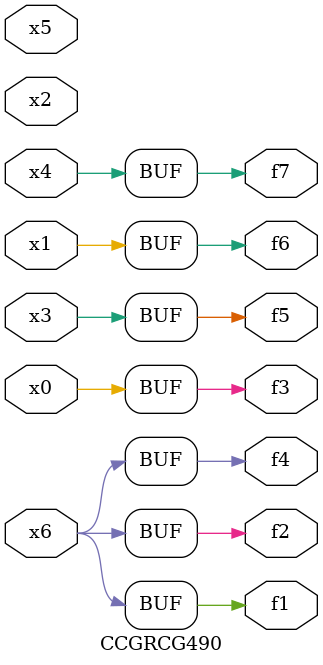
<source format=v>
module CCGRCG490(
	input x0, x1, x2, x3, x4, x5, x6,
	output f1, f2, f3, f4, f5, f6, f7
);
	assign f1 = x6;
	assign f2 = x6;
	assign f3 = x0;
	assign f4 = x6;
	assign f5 = x3;
	assign f6 = x1;
	assign f7 = x4;
endmodule

</source>
